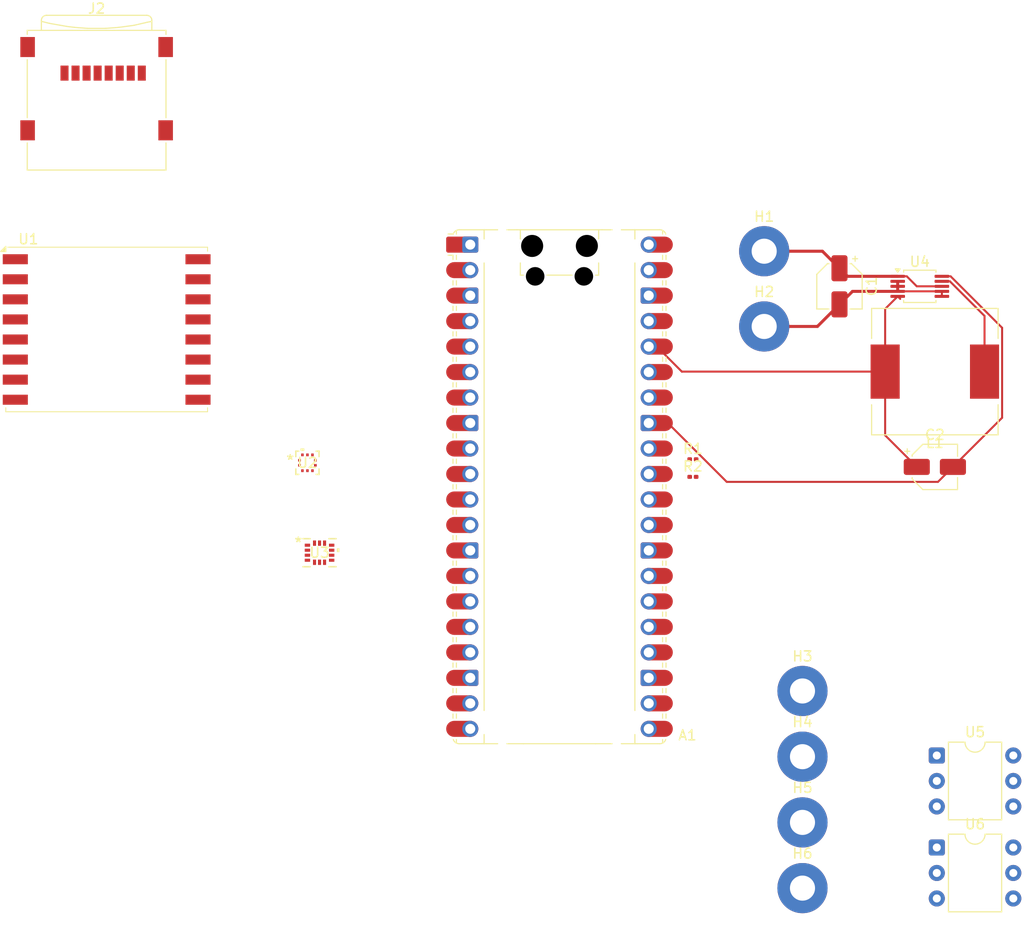
<source format=kicad_pcb>
(kicad_pcb (version 20241229) (generator "pcbnew") (generator_version "9.0")
  (layers (0 "F.Cu" signal) (2 "B.Cu" signal) (13 "F.Paste" user) (15 "B.Paste" user) (5 "F.SilkS" user "F.Silkscreen") (7 "B.SilkS" user "B.Silkscreen") (1 "F.Mask" user) (3 "B.Mask" user) (25 "Edge.Cuts" user))
  (net 0 "")
  (net 3 "Net-(A1-GPIO17)")
  (net 4 "/Data Logging/VSS")
  (net 5 "/Data Logging/SCLK")
  (net 7 "/Sensors/CS2")
  (net 8 "Net-(A1-GPIO16)")
  (net 13 "/Data Logging/CS1")
  (net 15 "/Sensors/MISO")
  (net 16 "/Sensors/MOSI")
  (net 17 "/Sensors/SCLK")
  (net 18 "/Data Logging/MOSI")
  (net 25 "/Data Logging/VDD")
  (net 26 "/Data Logging/CS2")
  (net 28 "/Data Logging/MISO")
  (net 32 "/Power circuitry/PGND")
  (net 34 "/Sensors/CS1")
  (net 35 "/Power circuitry/7.4V")
  (net 36 "/Power circuitry/BGND")
  (net 37 "Net-(H4-Pad1)")
  (net 38 "Net-(H6-Pad1)")
  (net 41 "Net-(U4-SW)")
  (net 42 "Net-(R1-Pad2)")
  (net 43 "Net-(R2-Pad2)")
  (footprint "Resistor_SMD:R_0201_0603Metric" (layer "F.Cu") (at 141.9 102.19)
    (property "Reference" "R2" (at 0 -1.05 0) (layer "F.SilkS"))
    (property "Value" "200Ω")
    (pad "1" smd roundrect (at -0.32 0) (size 0.46 0.4) (layers "F.Cu" "F.Mask") (net 3 "Net-(A1-GPIO17)"))
    (pad "2" smd roundrect (at 0.32 0) (size 0.46 0.4) (layers "F.Cu" "F.Mask") (net 43 "Net-(R2-Pad2)"))
  )
  (footprint "MountingHole:MountingHole_2.5mm_Pad" (layer "F.Cu") (at 152.815 136.63)
    (property "Reference" "H5" (at 0 -3.45 0) (layer "F.SilkS"))
    (property "Value" "MountingHole_Pad")
    (pad "1" thru_hole circle (at 0 0) (size 5 5) (drill 2.5) (layers "*.Cu" "*.Mask") (net 35 "/Power circuitry/7.4V"))
  )
  (footprint "MountingHole:MountingHole_2.5mm_Pad" (layer "F.Cu") (at 152.815 123.53)
    (property "Reference" "H3" (at 0 -3.45 0) (layer "F.SilkS"))
    (property "Value" "MountingHole_Pad")
    (pad "1" thru_hole circle (at 0 0) (size 5 5) (drill 2.5) (layers "*.Cu" "*.Mask") (net 35 "/Power circuitry/7.4V"))
  )
  (footprint "Package_SO:VSSOP-10_3x3mm_P0.5mm" (layer "F.Cu") (at 164.5 83.2)
    (property "Reference" "U4" (at 0 -2.45 0) (layer "F.SilkS"))
    (property "Value" "TPS62056DGS")
    (pad "1" smd roundrect (at -2.2 -1) (size 1.45 0.3) (layers "F.Cu" "F.Mask" "F.Paste") (net 35 "/Power circuitry/7.4V"))
    (pad "2" smd roundrect (at -2.2 -0.5) (size 1.45 0.3) (layers "F.Cu" "F.Mask" "F.Paste") (net 36 "/Power circuitry/BGND"))
    (pad "3" smd roundrect (at -2.2 0) (size 1.45 0.3) (layers "F.Cu" "F.Mask" "F.Paste") (net 36 "/Power circuitry/BGND"))
    (pad "4" smd roundrect (at -2.2 0.5) (size 1.45 0.3) (layers "F.Cu" "F.Mask" "F.Paste") (net 36 "/Power circuitry/BGND"))
    (pad "5" smd roundrect (at -2.2 1) (size 1.45 0.3) (layers "F.Cu" "F.Mask" "F.Paste") (net 25 "/Data Logging/VDD"))
    (pad "6" smd roundrect (at 2.2 1) (size 1.45 0.3) (layers "F.Cu" "F.Mask" "F.Paste") (net 36 "/Power circuitry/BGND"))
    (pad "7" smd roundrect (at 2.2 0.5) (size 1.45 0.3) (layers "F.Cu" "F.Mask" "F.Paste") (net 36 "/Power circuitry/BGND"))
    (pad "8" smd roundrect (at 2.2 0) (size 1.45 0.3) (layers "F.Cu" "F.Mask" "F.Paste") (net 35 "/Power circuitry/7.4V"))
    (pad "9" smd roundrect (at 2.2 -0.5) (size 1.45 0.3) (layers "F.Cu" "F.Mask" "F.Paste") (net 41 "Net-(U4-SW)"))
    (pad "10" smd roundrect (at 2.2 -1) (size 1.45 0.3) (layers "F.Cu" "F.Mask" "F.Paste") (net 32 "/Power circuitry/PGND"))
  )
  (footprint "RF_Module:HOPERF_RFM69HW" (layer "F.Cu") (at 83.5 87.5)
    (property "Reference" "U1" (at -7.8 -9 0) (layer "F.SilkS"))
    (property "Value" "RFM69HW")
    (pad "1" smd rect (at -9.1 -7) (size 2.5 1) (layers "F.Cu" "F.Mask" "F.Paste"))
    (pad "2" smd rect (at -9.1 -5) (size 2.5 1) (layers "F.Cu" "F.Mask" "F.Paste"))
    (pad "3" smd rect (at -9.1 -3) (size 2.5 1) (layers "F.Cu" "F.Mask" "F.Paste"))
    (pad "4" smd rect (at -9.1 -1) (size 2.5 1) (layers "F.Cu" "F.Mask" "F.Paste"))
    (pad "5" smd rect (at -9.1 1) (size 2.5 1) (layers "F.Cu" "F.Mask" "F.Paste"))
    (pad "6" smd rect (at -9.1 3) (size 2.5 1) (layers "F.Cu" "F.Mask" "F.Paste"))
    (pad "7" smd rect (at -9.1 5) (size 2.5 1) (layers "F.Cu" "F.Mask" "F.Paste"))
    (pad "8" smd rect (at -9.1 7) (size 2.5 1) (layers "F.Cu" "F.Mask" "F.Paste") (net 25 "/Data Logging/VDD"))
    (pad "9" smd rect (at 9.1 7) (size 2.5 1) (layers "F.Cu" "F.Mask" "F.Paste") (net 4 "/Data Logging/VSS"))
    (pad "10" smd rect (at 9.1 5) (size 2.5 1) (layers "F.Cu" "F.Mask" "F.Paste"))
    (pad "11" smd rect (at 9.1 3) (size 2.5 1) (layers "F.Cu" "F.Mask" "F.Paste") (net 4 "/Data Logging/VSS"))
    (pad "12" smd rect (at 9.1 1) (size 2.5 1) (layers "F.Cu" "F.Mask" "F.Paste") (net 5 "/Data Logging/SCLK"))
    (pad "13" smd rect (at 9.1 -1) (size 2.5 1) (layers "F.Cu" "F.Mask" "F.Paste") (net 28 "/Data Logging/MISO"))
    (pad "14" smd rect (at 9.1 -3) (size 2.5 1) (layers "F.Cu" "F.Mask" "F.Paste") (net 18 "/Data Logging/MOSI"))
    (pad "15" smd rect (at 9.1 -5) (size 2.5 1) (layers "F.Cu" "F.Mask" "F.Paste") (net 26 "/Data Logging/CS2"))
    (pad "16" smd rect (at 9.1 -7) (size 2.5 1) (layers "F.Cu" "F.Mask" "F.Paste"))
  )
  (footprint "MountingHole:MountingHole_2.5mm_Pad" (layer "F.Cu") (at 152.815 143.18)
    (property "Reference" "H6" (at 0 -3.45 0) (layer "F.SilkS"))
    (property "Value" "MountingHole_Pad")
    (pad "1" thru_hole circle (at 0 0) (size 5 5) (drill 2.5) (layers "*.Cu" "*.Mask") (net 38 "Net-(H6-Pad1)"))
  )
  (footprint "MountingHole:MountingHole_2.5mm_Pad" (layer "F.Cu") (at 149 79.7)
    (property "Reference" "H1" (at 0 -3.45 0) (layer "F.SilkS"))
    (property "Value" "BATT")
    (pad "1" thru_hole circle (at 0 0) (size 5 5) (drill 2.5) (layers "*.Cu" "*.Mask") (net 35 "/Power circuitry/7.4V"))
  )
  (footprint "Resistor_SMD:R_0201_0603Metric" (layer "F.Cu") (at 141.9 100.44)
    (property "Reference" "R1" (at 0 -1.05 0) (layer "F.SilkS"))
    (property "Value" "200Ω")
    (pad "1" smd roundrect (at -0.32 0) (size 0.46 0.4) (layers "F.Cu" "F.Mask") (net 8 "Net-(A1-GPIO16)"))
    (pad "2" smd roundrect (at 0.32 0) (size 0.46 0.4) (layers "F.Cu" "F.Mask") (net 42 "Net-(R1-Pad2)"))
  )
  (footprint "BMP390:10LGA_2X2X0p75_BOS" (layer "F.Cu") (at 103.499999 100.7874)
    (property "Reference" "U2" (at 0 0 0) (layer "F.SilkS"))
    (property "Value" "BMP390")
    (fp_text user "*" (at -1.7145 -0.25 0) (layer "F.SilkS"))
    (fp_text user "*" (at -1.7145 -0.25 0) (layer "F.SilkS"))
    (pad "1" smd rect (at -0.7874 -0.25 90) (size 0.254 0.2794) (layers "F.Cu" "F.Mask" "F.Paste") (net 25 "/Data Logging/VDD"))
    (pad "2" smd rect (at -0.7874 0.25 90) (size 0.254 0.2794) (layers "F.Cu" "F.Mask" "F.Paste") (net 17 "/Sensors/SCLK"))
    (pad "3" smd rect (at -0.499999 0.7874) (size 0.254 0.2794) (layers "F.Cu" "F.Mask" "F.Paste") (net 4 "/Data Logging/VSS"))
    (pad "4" smd rect (at 0 0.7874) (size 0.254 0.2794) (layers "F.Cu" "F.Mask" "F.Paste") (net 16 "/Sensors/MOSI"))
    (pad "5" smd rect (at 0.499999 0.7874) (size 0.254 0.2794) (layers "F.Cu" "F.Mask" "F.Paste") (net 15 "/Sensors/MISO"))
    (pad "6" smd rect (at 0.7874 0.25 90) (size 0.254 0.2794) (layers "F.Cu" "F.Mask" "F.Paste") (net 34 "/Sensors/CS1"))
    (pad "7" smd rect (at 0.7874 -0.25 90) (size 0.254 0.2794) (layers "F.Cu" "F.Mask" "F.Paste"))
    (pad "8" smd rect (at 0.499999 -0.7874) (size 0.254 0.2794) (layers "F.Cu" "F.Mask" "F.Paste"))
    (pad "9" smd rect (at 0 -0.7874) (size 0.254 0.2794) (layers "F.Cu" "F.Mask" "F.Paste"))
    (pad "10" smd rect (at -0.499999 -0.7874) (size 0.254 0.2794) (layers "F.Cu" "F.Mask" "F.Paste") (net 25 "/Data Logging/VDD"))
  )
  (footprint "Capacitor_SMD:CP_Elec_4x3" (layer "F.Cu") (at 166 101.2)
    (property "Reference" "C2" (at 0 -3.2 0) (layer "F.SilkS"))
    (property "Value" "22µF")
    (pad "1" smd roundrect (at -1.8 0) (size 2.6 1.6) (layers "F.Cu" "F.Mask" "F.Paste") (roundrect_rratio 0.15625) (net 25 "/Data Logging/VDD"))
    (pad "2" smd roundrect (at 1.8 0) (size 2.6 1.6) (layers "F.Cu" "F.Mask" "F.Paste") (roundrect_rratio 0.15625) (net 32 "/Power circuitry/PGND"))
  )
  (footprint "ICM-42670-P:LGA14_2.5X3X0.76_IVS" (layer "F.Cu") (at 104.7065 109.75)
    (property "Reference" "U3" (at 0 0 0) (layer "F.SilkS"))
    (property "Value" "ICM-42670-P")
    (fp_text user "*" (at -2.1082 -1 0) (layer "F.SilkS"))
    (fp_text user "*" (at -2.1082 -1 0) (layer "F.SilkS"))
    (pad "1" smd rect (at -1.2065 -0.750001 90) (size 0.3048 0.5334) (layers "F.Cu" "F.Mask" "F.Paste") (net 15 "/Sensors/MISO"))
    (pad "2" smd rect (at -1.2065 -0.25 90) (size 0.3048 0.5334) (layers "F.Cu" "F.Mask" "F.Paste"))
    (pad "3" smd rect (at -1.2065 0.25 90) (size 0.3048 0.5334) (layers "F.Cu" "F.Mask" "F.Paste"))
    (pad "4" smd rect (at -1.2065 0.750001 90) (size 0.3048 0.5334) (layers "F.Cu" "F.Mask" "F.Paste"))
    (pad "5" smd rect (at -0.499999 0.9525) (size 0.3048 0.5334) (layers "F.Cu" "F.Mask" "F.Paste") (net 25 "/Data Logging/VDD"))
    (pad "6" smd rect (at 0 0.9525) (size 0.3048 0.5334) (layers "F.Cu" "F.Mask" "F.Paste") (net 4 "/Data Logging/VSS"))
    (pad "7" smd rect (at 0.499999 0.9525) (size 0.3048 0.5334) (layers "F.Cu" "F.Mask" "F.Paste"))
    (pad "8" smd rect (at 1.2065 0.750001 90) (size 0.3048 0.5334) (layers "F.Cu" "F.Mask" "F.Paste") (net 25 "/Data Logging/VDD"))
    (pad "9" smd rect (at 1.2065 0.25 90) (size 0.3048 0.5334) (layers "F.Cu" "F.Mask" "F.Paste"))
    (pad "10" smd rect (at 1.2065 -0.25 90) (size 0.3048 0.5334) (layers "F.Cu" "F.Mask" "F.Paste"))
    (pad "11" smd rect (at 1.2065 -0.750001 90) (size 0.3048 0.5334) (layers "F.Cu" "F.Mask" "F.Paste"))
    (pad "12" smd rect (at 0.499999 -0.9525) (size 0.3048 0.5334) (layers "F.Cu" "F.Mask" "F.Paste") (net 7 "/Sensors/CS2"))
    (pad "13" smd rect (at 0 -0.9525) (size 0.3048 0.5334) (layers "F.Cu" "F.Mask" "F.Paste") (net 17 "/Sensors/SCLK"))
    (pad "14" smd rect (at -0.499999 -0.9525) (size 0.3048 0.5334) (layers "F.Cu" "F.Mask" "F.Paste") (net 16 "/Sensors/MOSI"))
  )
  (footprint "MountingHole:MountingHole_2.5mm_Pad" (layer "F.Cu") (at 152.815 130.08)
    (property "Reference" "H4" (at 0 -3.45 0) (layer "F.SilkS"))
    (property "Value" "MountingHole_Pad")
    (pad "1" thru_hole circle (at 0 0) (size 5 5) (drill 2.5) (layers "*.Cu" "*.Mask") (net 37 "Net-(H4-Pad1)"))
  )
  (footprint "Connector_Card:microSD_HC_Wuerth_693072010801" (layer "F.Cu") (at 82.5 63.5)
    (property "Reference" "J2" (at 0 -7.99 0) (layer "F.SilkS"))
    (property "Value" "Micro_SD_Card")
    (pad "1" smd rect (at -3.2 -1.55) (size 0.8 1.5) (layers "F.Cu" "F.Mask" "F.Paste"))
    (pad "2" smd rect (at -2.1 -1.55) (size 0.8 1.5) (layers "F.Cu" "F.Mask" "F.Paste") (net 13 "/Data Logging/CS1"))
    (pad "3" smd rect (at -1 -1.55) (size 0.8 1.5) (layers "F.Cu" "F.Mask" "F.Paste") (net 28 "/Data Logging/MISO"))
    (pad "4" smd rect (at 0.1 -1.55) (size 0.8 1.5) (layers "F.Cu" "F.Mask" "F.Paste") (net 25 "/Data Logging/VDD"))
    (pad "5" smd rect (at 1.2 -1.55) (size 0.8 1.5) (layers "F.Cu" "F.Mask" "F.Paste") (net 5 "/Data Logging/SCLK"))
    (pad "6" smd rect (at 2.3 -1.55) (size 0.8 1.5) (layers "F.Cu" "F.Mask" "F.Paste") (net 4 "/Data Logging/VSS"))
    (pad "7" smd rect (at 3.4 -1.55) (size 0.8 1.5) (layers "F.Cu" "F.Mask" "F.Paste") (net 18 "/Data Logging/MOSI"))
    (pad "8" smd rect (at 4.5 -1.55) (size 0.8 1.5) (layers "F.Cu" "F.Mask" "F.Paste"))
    (pad "9" smd rect (at -6.875 -4.15) (size 1.45 2) (layers "F.Cu" "F.Mask" "F.Paste") (net 4 "/Data Logging/VSS"))
    (pad "9" smd rect (at -6.875 4.15) (size 1.45 2) (layers "F.Cu" "F.Mask" "F.Paste") (net 4 "/Data Logging/VSS"))
    (pad "9" smd rect (at 6.875 -4.15) (size 1.45 2) (layers "F.Cu" "F.Mask" "F.Paste") (net 4 "/Data Logging/VSS"))
    (pad "9" smd rect (at 6.875 4.15) (size 1.45 2) (layers "F.Cu" "F.Mask" "F.Paste") (net 4 "/Data Logging/VSS"))
  )
  (footprint "MountingHole:MountingHole_2.5mm_Pad" (layer "F.Cu") (at 149 87.2)
    (property "Reference" "H2" (at 0 -3.45 0) (layer "F.SilkS"))
    (property "Value" "GND")
    (pad "1" thru_hole circle (at 0 0) (size 5 5) (drill 2.5) (layers "*.Cu" "*.Mask") (net 36 "/Power circuitry/BGND"))
  )
  (footprint "Capacitor_SMD:CP_Elec_4x3" (layer "F.Cu") (at 156.5 83.2 -90)
    (property "Reference" "C1" (at 0 -3.2 90) (layer "F.SilkS"))
    (property "Value" "10µF")
    (pad "1" smd roundrect (at -1.8 0 270) (size 2.6 1.6) (layers "F.Cu" "F.Mask" "F.Paste") (roundrect_rratio 0.15625) (net 35 "/Power circuitry/7.4V"))
    (pad "2" smd roundrect (at 1.8 0 270) (size 2.6 1.6) (layers "F.Cu" "F.Mask" "F.Paste") (roundrect_rratio 0.15625) (net 36 "/Power circuitry/BGND"))
  )
  (footprint "Package_DIP:DIP-6_W7.62mm" (layer "F.Cu") (at 166.195 139.13)
    (property "Reference" "U6" (at 3.81 -2.33 0) (layer "F.SilkS"))
    (property "Value" "TLP3544")
    (pad "1" thru_hole roundrect (at 0 0) (size 1.6 1.6) (drill 0.8) (layers "*.Cu" "*.Mask") (roundrect_rratio 0.15625) (net 43 "Net-(R2-Pad2)"))
    (pad "2" thru_hole circle (at 0 2.54) (size 1.6 1.6) (drill 0.8) (layers "*.Cu" "*.Mask") (net 32 "/Power circuitry/PGND"))
    (pad "3" thru_hole circle (at 0 5.08) (size 1.6 1.6) (drill 0.8) (layers "*.Cu" "*.Mask"))
    (pad "4" thru_hole circle (at 7.62 5.08) (size 1.6 1.6) (drill 0.8) (layers "*.Cu" "*.Mask") (net 36 "/Power circuitry/BGND"))
    (pad "5" thru_hole circle (at 7.62 2.54) (size 1.6 1.6) (drill 0.8) (layers "*.Cu" "*.Mask"))
    (pad "6" thru_hole circle (at 7.62 0) (size 1.6 1.6) (drill 0.8) (layers "*.Cu" "*.Mask") (net 38 "Net-(H6-Pad1)"))
  )
  (footprint "Module:RaspberryPi_Pico_Common_Unspecified" (layer "F.Cu") (at 128.61 103.175)
    (property "Reference" "A1" (at 11.7475 24.765 0) (layer "F.SilkS") (effects (justify left)))
    (property "Value" "RaspberryPi_Pico")
    (pad "" np_thru_hole circle (at -2.725 -24) (size 2.2 2.2) (drill 2.2) (layers "*.Mask"))
    (pad "" np_thru_hole circle (at -2.425 -20.97) (size 1.85 1.85) (drill 1.85) (layers "*.Mask"))
    (pad "" np_thru_hole circle (at 2.425 -20.97) (size 1.85 1.85) (drill 1.85) (layers "*.Mask"))
    (pad "" np_thru_hole circle (at 2.725 -24) (size 2.2 2.2) (drill 2.2) (layers "*.Mask"))
    (pad "1" smd custom (at -9.69 -24.13) (size 1.6 0.8) (layers "F.Cu" "F.Mask") (options (clearance outline) (anchor rect)) (primitives (gr_circle (center 0.8 0) (end 1.6 0) (width 0) (fill yes)) (gr_poly (pts (xy -1.6 -0.6) (xy -1.6 0.6) (xy -1.4 0.8) (xy 0.8 0.8) (xy 0.8 -0.8) (xy -1.4 -0.8)) (width 0) (fill yes)) (gr_circle (center -1.4 -0.6) (end -1.2 -0.6) (width 0) (fill yes)) (gr_circle (center -1.4 0.6) (end -1.2 0.6) (width 0) (fill yes))))
    (pad "1" thru_hole roundrect (at -8.89 -24.13) (size 1.6 1.6) (drill 1) (layers "*.Cu" "*.Mask") (roundrect_rratio 0.125))
    (pad "2" smd roundrect (at -9.69 -21.59) (size 3.2 1.6) (layers "F.Cu" "F.Mask") (roundrect_rratio 0.5) (net 13 "/Data Logging/CS1"))
    (pad "2" thru_hole circle (at -8.89 -21.59) (size 1.6 1.6) (drill 1) (layers "*.Cu" "*.Mask") (net 13 "/Data Logging/CS1"))
    (pad "3" smd custom (at -9.69 -19.05) (size 1.6 0.8) (layers "F.Cu" "F.Mask") (net 4 "/Data Logging/VSS") (options (clearance outline) (anchor rect)) (primitives (gr_circle (center -0.8 0) (end 0 0) (width 0) (fill yes)) (gr_poly (pts (xy 1.6 -0.6) (xy 1.6 0.6) (xy 1.4 0.8) (xy -0.8 0.8) (xy -0.8 -0.8) (xy 1.4 -0.8)) (width 0) (fill yes)) (gr_circle (center 1.4 -0.6) (end 1.6 -0.6) (width 0) (fill yes)) (gr_circle (center 1.4 0.6) (end 1.6 0.6) (width 0) (fill yes))))
    (pad "3" thru_hole custom (at -8.89 -19.05) (size 1.6 1.6) (drill 1) (layers "*.Cu" "*.Mask") (net 4 "/Data Logging/VSS") (options (clearance outline) (anchor circle)) (primitives (gr_poly (pts (xy 0.8 0.6) (xy 0.8 -0.6) (xy 0.6 -0.8) (xy 0 -0.8) (xy 0 0.8) (xy 0.6 0.8)) (width 0) (fill yes)) (gr_circle (center 0.6 0.6) (end 0.8 0.6) (width 0) (fill yes)) (gr_circle (center 0.6 -0.6) (end 0.8 -0.6) (width 0) (fill yes))))
    (pad "4" smd roundrect (at -9.69 -16.51) (size 3.2 1.6) (layers "F.Cu" "F.Mask") (roundrect_rratio 0.5) (net 5 "/Data Logging/SCLK"))
    (pad "4" thru_hole circle (at -8.89 -16.51) (size 1.6 1.6) (drill 1) (layers "*.Cu" "*.Mask") (net 5 "/Data Logging/SCLK"))
    (pad "5" smd roundrect (at -9.69 -13.97) (size 3.2 1.6) (layers "F.Cu" "F.Mask") (roundrect_rratio 0.5) (net 18 "/Data Logging/MOSI"))
    (pad "5" thru_hole circle (at -8.89 -13.97) (size 1.6 1.6) (drill 1) (layers "*.Cu" "*.Mask") (net 18 "/Data Logging/MOSI"))
    (pad "6" smd roundrect (at -9.69 -11.43) (size 3.2 1.6) (layers "F.Cu" "F.Mask") (roundrect_rratio 0.5) (net 28 "/Data Logging/MISO"))
    (pad "6" thru_hole circle (at -8.89 -11.43) (size 1.6 1.6) (drill 1) (layers "*.Cu" "*.Mask") (net 28 "/Data Logging/MISO"))
    (pad "7" smd roundrect (at -9.69 -8.89) (size 3.2 1.6) (layers "F.Cu" "F.Mask") (roundrect_rratio 0.5) (net 26 "/Data Logging/CS2"))
    (pad "7" thru_hole circle (at -8.89 -8.89) (size 1.6 1.6) (drill 1) (layers "*.Cu" "*.Mask") (net 26 "/Data Logging/CS2"))
    (pad "8" smd custom (at -9.69 -6.35) (size 1.6 0.8) (layers "F.Cu" "F.Mask") (net 4 "/Data Logging/VSS") (options (clearance outline) (anchor rect)) (primitives (gr_circle (center -0.8 0) (end 0 0) (width 0) (fill yes)) (gr_poly (pts (xy 1.6 -0.6) (xy 1.6 0.6) (xy 1.4 0.8) (xy -0.8 0.8) (xy -0.8 -0.8) (xy 1.4 -0.8)) (width 0) (fill yes)) (gr_circle (center 1.4 -0.6) (end 1.6 -0.6) (width 0) (fill yes)) (gr_circle (center 1.4 0.6) (end 1.6 0.6) (width 0) (fill yes))))
    (pad "8" thru_hole custom (at -8.89 -6.35) (size 1.6 1.6) (drill 1) (layers "*.Cu" "*.Mask") (net 4 "/Data Logging/VSS") (options (clearance outline) (anchor circle)) (primitives (gr_poly (pts (xy 0.8 0.6) (xy 0.8 -0.6) (xy 0.6 -0.8) (xy 0 -0.8) (xy 0 0.8) (xy 0.6 0.8)) (width 0) (fill yes)) (gr_circle (center 0.6 0.6) (end 0.8 0.6) (width 0) (fill yes)) (gr_circle (center 0.6 -0.6) (end 0.8 -0.6) (width 0) (fill yes))))
    (pad "9" smd roundrect (at -9.69 -3.81) (size 3.2 1.6) (layers "F.Cu" "F.Mask") (roundrect_rratio 0.5))
    (pad "9" thru_hole circle (at -8.89 -3.81) (size 1.6 1.6) (drill 1) (layers "*.Cu" "*.Mask"))
    (pad "10" smd roundrect (at -9.69 -1.27) (size 3.2 1.6) (layers "F.Cu" "F.Mask") (roundrect_rratio 0.5))
    (pad "10" thru_hole circle (at -8.89 -1.27) (size 1.6 1.6) (drill 1) (layers "*.Cu" "*.Mask"))
    (pad "11" smd roundrect (at -9.69 1.27) (size 3.2 1.6) (layers "F.Cu" "F.Mask") (roundrect_rratio 0.5))
    (pad "11" thru_hole circle (at -8.89 1.27) (size 1.6 1.6) (drill 1) (layers "*.Cu" "*.Mask"))
    (pad "12" smd roundrect (at -9.69 3.81) (size 3.2 1.6) (layers "F.Cu" "F.Mask") (roundrect_rratio 0.5) (net 34 "/Sensors/CS1"))
    (pad "12" thru_hole circle (at -8.89 3.81) (size 1.6 1.6) (drill 1) (layers "*.Cu" "*.Mask") (net 34 "/Sensors/CS1"))
    (pad "13" smd custom (at -9.69 6.35) (size 1.6 0.8) (layers "F.Cu" "F.Mask") (net 4 "/Data Logging/VSS") (options (clearance outline) (anchor rect)) (primitives (gr_circle (center -0.8 0) (end 0 0) (width 0) (fill yes)) (gr_poly (pts (xy 1.6 -0.6) (xy 1.6 0.6) (xy 1.4 0.8) (xy -0.8 0.8) (xy -0.8 -0.8) (xy 1.4 -0.8)) (width 0) (fill yes)) (gr_circle (center 1.4 -0.6) (end 1.6 -0.6) (width 0) (fill yes)) (gr_circle (center 1.4 0.6) (end 1.6 0.6) (width 0) (fill yes))))
    (pad "13" thru_hole custom (at -8.89 6.35) (size 1.6 1.6) (drill 1) (layers "*.Cu" "*.Mask") (net 4 "/Data Logging/VSS") (options (clearance outline) (anchor circle)) (primitives (gr_poly (pts (xy 0.8 0.6) (xy 0.8 -0.6) (xy 0.6 -0.8) (xy 0 -0.8) (xy 0 0.8) (xy 0.6 0.8)) (width 0) (fill yes)) (gr_circle (center 0.6 0.6) (end 0.8 0.6) (width 0) (fill yes)) (gr_circle (center 0.6 -0.6) (end 0.8 -0.6) (width 0) (fill yes))))
    (pad "14" smd roundrect (at -9.69 8.89) (size 3.2 1.6) (layers "F.Cu" "F.Mask") (roundrect_rratio 0.5) (net 17 "/Sensors/SCLK"))
    (pad "14" thru_hole circle (at -8.89 8.89) (size 1.6 1.6) (drill 1) (layers "*.Cu" "*.Mask") (net 17 "/Sensors/SCLK"))
    (pad "15" smd roundrect (at -9.69 11.43) (size 3.2 1.6) (layers "F.Cu" "F.Mask") (roundrect_rratio 0.5) (net 16 "/Sensors/MOSI"))
    (pad "15" thru_hole circle (at -8.89 11.43) (size 1.6 1.6) (drill 1) (layers "*.Cu" "*.Mask") (net 16 "/Sensors/MOSI"))
    (pad "16" smd roundrect (at -9.69 13.97) (size 3.2 1.6) (layers "F.Cu" "F.Mask") (roundrect_rratio 0.5) (net 15 "/Sensors/MISO"))
    (pad "16" thru_hole circle (at -8.89 13.97) (size 1.6 1.6) (drill 1) (layers "*.Cu" "*.Mask") (net 15 "/Sensors/MISO"))
    (pad "17" smd roundrect (at -9.69 16.51) (size 3.2 1.6) (layers "F.Cu" "F.Mask") (roundrect_rratio 0.5) (net 7 "/Sensors/CS2"))
    (pad "17" thru_hole circle (at -8.89 16.51) (size 1.6 1.6) (drill 1) (layers "*.Cu" "*.Mask") (net 7 "/Sensors/CS2"))
    (pad "18" smd custom (at -9.69 19.05) (size 1.6 0.8) (layers "F.Cu" "F.Mask") (net 4 "/Data Logging/VSS") (options (clearance outline) (anchor rect)) (primitives (gr_circle (center -0.8 0) (end 0 0) (width 0) (fill yes)) (gr_poly (pts (xy 1.6 -0.6) (xy 1.6 0.6) (xy 1.4 0.8) (xy -0.8 0.8) (xy -0.8 -0.8) (xy 1.4 -0.8)) (width 0) (fill yes)) (gr_circle (center 1.4 -0.6) (end 1.6 -0.6) (width 0) (fill yes)) (gr_circle (center 1.4 0.6) (end 1.6 0.6) (width 0) (fill yes))))
    (pad "18" thru_hole custom (at -8.89 19.05) (size 1.6 1.6) (drill 1) (layers "*.Cu" "*.Mask") (net 4 "/Data Logging/VSS") (options (clearance outline) (anchor circle)) (primitives (gr_poly (pts (xy 0.8 0.6) (xy 0.8 -0.6) (xy 0.6 -0.8) (xy 0 -0.8) (xy 0 0.8) (xy 0.6 0.8)) (width 0) (fill yes)) (gr_circle (center 0.6 0.6) (end 0.8 0.6) (width 0) (fill yes)) (gr_circle (center 0.6 -0.6) (end 0.8 -0.6) (width 0) (fill yes))))
    (pad "19" smd roundrect (at -9.69 21.59) (size 3.2 1.6) (layers "F.Cu" "F.Mask") (roundrect_rratio 0.5))
    (pad "19" thru_hole circle (at -8.89 21.59) (size 1.6 1.6) (drill 1) (layers "*.Cu" "*.Mask"))
    (pad "20" smd roundrect (at -9.69 24.13) (size 3.2 1.6) (layers "F.Cu" "F.Mask") (roundrect_rratio 0.5))
    (pad "20" thru_hole circle (at -8.89 24.13) (size 1.6 1.6) (drill 1) (layers "*.Cu" "*.Mask"))
    (pad "21" thru_hole circle (at 8.89 24.13) (size 1.6 1.6) (drill 1) (layers "*.Cu" "*.Mask") (net 8 "Net-(A1-GPIO16)"))
    (pad "21" smd roundrect (at 9.69 24.13) (size 3.2 1.6) (layers "F.Cu" "F.Mask") (roundrect_rratio 0.5) (net 8 "Net-(A1-GPIO16)"))
    (pad "22" thru_hole circle (at 8.89 21.59) (size 1.6 1.6) (drill 1) (layers "*.Cu" "*.Mask") (net 3 "Net-(A1-GPIO17)"))
    (pad "22" smd roundrect (at 9.69 21.59) (size 3.2 1.6) (layers "F.Cu" "F.Mask") (roundrect_rratio 0.5) (net 3 "Net-(A1-GPIO17)"))
    (pad "23" thru_hole custom (at 8.89 19.05) (size 1.6 1.6) (drill 1) (layers "*.Cu" "*.Mask") (net 4 "/Data Logging/VSS") (options (clearance outline) (anchor circle)) (primitives (gr_poly (pts (xy -0.8 0.6) (xy -0.8 -0.6) (xy -0.6 -0.8) (xy 0 -0.8) (xy 0 0.8) (xy -0.6 0.8)) (width 0) (fill yes)) (gr_circle (center -0.6 0.6) (end -0.4 0.6) (width 0) (fill yes)) (gr_circle (center -0.6 -0.6) (end -0.4 -0.6) (width 0) (fill yes))))
    (pad "23" smd custom (at 9.69 19.05) (size 1.6 0.8) (layers "F.Cu" "F.Mask") (net 4 "/Data Logging/VSS") (options (clearance outline) (anchor rect)) (primitives (gr_circle (center 0.8 0) (end 1.6 0) (width 0) (fill yes)) (gr_poly (pts (xy -1.6 -0.6) (xy -1.6 0.6) (xy -1.4 0.8) (xy 0.8 0.8) (xy 0.8 -0.8) (xy -1.4 -0.8)) (width 0) (fill yes)) (gr_circle (center -1.4 -0.6) (end -1.2 -0.6) (width 0) (fill yes)) (gr_circle (center -1.4 0.6) (end -1.2 0.6) (width 0) (fill yes))))
    (pad "24" thru_hole circle (at 8.89 16.51) (size 1.6 1.6) (drill 1) (layers "*.Cu" "*.Mask"))
    (pad "24" smd roundrect (at 9.69 16.51) (size 3.2 1.6) (layers "F.Cu" "F.Mask") (roundrect_rratio 0.5))
    (pad "25" thru_hole circle (at 8.89 13.97) (size 1.6 1.6) (drill 1) (layers "*.Cu" "*.Mask"))
    (pad "25" smd roundrect (at 9.69 13.97) (size 3.2 1.6) (layers "F.Cu" "F.Mask") (roundrect_rratio 0.5))
    (pad "26" thru_hole circle (at 8.89 11.43) (size 1.6 1.6) (drill 1) (layers "*.Cu" "*.Mask"))
    (pad "26" smd roundrect (at 9.69 11.43) (size 3.2 1.6) (layers "F.Cu" "F.Mask") (roundrect_rratio 0.5))
    (pad "27" thru_hole circle (at 8.89 8.89) (size 1.6 1.6) (drill 1) (layers "*.Cu" "*.Mask"))
    (pad "27" smd roundrect (at 9.69 8.89) (size 3.2 1.6) (layers "F.Cu" "F.Mask") (roundrect_rratio 0.5))
    (pad "28" thru_hole custom (at 8.89 6.35) (size 1.6 1.6) (drill 1) (layers "*.Cu" "*.Mask") (net 4 "/Data Logging/VSS") (options (clearance outline) (anchor circle)) (primitives (gr_poly (pts (xy -0.8 0.6) (xy -0.8 -0.6) (xy -0.6 -0.8) (xy 0 -0.8) (xy 0 0.8) (xy -0.6 0.8)) (width 0) (fill yes)) (gr_circle (center -0.6 0.6) (end -0.4 0.6) (width 0) (fill yes)) (gr_circle (center -0.6 -0.6) (end -0.4 -0.6) (width 0) (fill yes))))
    (pad "28" smd custom (at 9.69 6.35) (size 1.6 0.8) (layers "F.Cu" "F.Mask") (net 4 "/Data Logging/VSS") (options (clearance outline) (anchor rect)) (primitives (gr_circle (center 0.8 0) (end 1.6 0) (width 0) (fill yes)) (gr_poly (pts (xy -1.6 -0.6) (xy -1.6 0.6) (xy -1.4 0.8) (xy 0.8 0.8) (xy 0.8 -0.8) (xy -1.4 -0.8)) (width 0) (fill yes)) (gr_circle (center -1.4 -0.6) (end -1.2 -0.6) (width 0) (fill yes)) (gr_circle (center -1.4 0.6) (end -1.2 0.6) (width 0) (fill yes))))
    (pad "29" thru_hole circle (at 8.89 3.81) (size 1.6 1.6) (drill 1) (layers "*.Cu" "*.Mask"))
    (pad "29" smd roundrect (at 9.69 3.81) (size 3.2 1.6) (layers "F.Cu" "F.Mask") (roundrect_rratio 0.5))
    (pad "30" thru_hole circle (at 8.89 1.27) (size 1.6 1.6) (drill 1) (layers "*.Cu" "*.Mask"))
    (pad "30" smd roundrect (at 9.69 1.27) (size 3.2 1.6) (layers "F.Cu" "F.Mask") (roundrect_rratio 0.5))
    (pad "31" thru_hole circle (at 8.89 -1.27) (size 1.6 1.6) (drill 1) (layers "*.Cu" "*.Mask"))
    (pad "31" smd roundrect (at 9.69 -1.27) (size 3.2 1.6) (layers "F.Cu" "F.Mask") (roundrect_rratio 0.5))
    (pad "32" thru_hole circle (at 8.89 -3.81) (size 1.6 1.6) (drill 1) (layers "*.Cu" "*.Mask"))
    (pad "32" smd roundrect (at 9.69 -3.81) (size 3.2 1.6) (layers "F.Cu" "F.Mask") (roundrect_rratio 0.5))
    (pad "33" thru_hole custom (at 8.89 -6.35) (size 1.6 1.6) (drill 1) (layers "*.Cu" "*.Mask") (net 32 "/Power circuitry/PGND") (options (clearance outline) (anchor circle)) (primitives (gr_poly (pts (xy -0.8 0.6) (xy -0.8 -0.6) (xy -0.6 -0.8) (xy 0 -0.8) (xy 0 0.8) (xy -0.6 0.8)) (width 0) (fill yes)) (gr_circle (center -0.6 0.6) (end -0.4 0.6) (width 0) (fill yes)) (gr_circle (center -0.6 -0.6) (end -0.4 -0.6) (width 0) (fill yes))))
    (pad "33" smd custom (at 9.69 -6.35) (size 1.6 0.8) (layers "F.Cu" "F.Mask") (net 32 "/Power circuitry/PGND") (options (clearance outline) (anchor rect)) (primitives (gr_circle (center 0.8 0) (end 1.6 0) (width 0) (fill yes)) (gr_poly (pts (xy -1.6 -0.6) (xy -1.6 0.6) (xy -1.4 0.8) (xy 0.8 0.8) (xy 0.8 -0.8) (xy -1.4 -0.8)) (width 0) (fill yes)) (gr_circle (center -1.4 -0.6) (end -1.2 -0.6) (width 0) (fill yes)) (gr_circle (center -1.4 0.6) (end -1.2 0.6) (width 0) (fill yes))))
    (pad "34" thru_hole circle (at 8.89 -8.89) (size 1.6 1.6) (drill 1) (layers "*.Cu" "*.Mask"))
    (pad "34" smd roundrect (at 9.69 -8.89) (size 3.2 1.6) (layers "F.Cu" "F.Mask") (roundrect_rratio 0.5))
    (pad "35" thru_hole circle (at 8.89 -11.43) (size 1.6 1.6) (drill 1) (layers "*.Cu" "*.Mask"))
    (pad "35" smd roundrect (at 9.69 -11.43) (size 3.2 1.6) (layers "F.Cu" "F.Mask") (roundrect_rratio 0.5))
    (pad "36" thru_hole circle (at 8.89 -13.97) (size 1.6 1.6) (drill 1) (layers "*.Cu" "*.Mask") (net 25 "/Data Logging/VDD"))
    (pad "36" smd roundrect (at 9.69 -13.97) (size 3.2 1.6) (layers "F.Cu" "F.Mask") (roundrect_rratio 0.5) (net 25 "/Data Logging/VDD"))
    (pad "37" thru_hole circle (at 8.89 -16.51) (size 1.6 1.6) (drill 1) (layers "*.Cu" "*.Mask"))
    (pad "37" smd roundrect (at 9.69 -16.51) (size 3.2 1.6) (layers "F.Cu" "F.Mask") (roundrect_rratio 0.5))
    (pad "38" thru_hole custom (at 8.89 -19.05) (size 1.6 1.6) (drill 1) (layers "*.Cu" "*.Mask") (net 4 "/Data Logging/VSS") (options (clearance outline) (anchor circle)) (primitives (gr_poly (pts (xy -0.8 0.6) (xy -0.8 -0.6) (xy -0.6 -0.8) (xy 0 -0.8) (xy 0 0.8) (xy -0.6 0.8)) (width 0) (fill yes)) (gr_circle (center -0.6 0.6) (end -0.4 0.6) (width 0) (fill yes)) (gr_circle (center -0.6 -0.6) (end -0.4 -0.6) (width 0) (fill yes))))
    (pad "38" smd custom (at 9.69 -19.05) (size 1.6 0.8) (layers "F.Cu" "F.Mask") (net 4 "/Data Logging/VSS") (options (clearance outline) (anchor rect)) (primitives (gr_circle (center 0.8 0) (end 1.6 0) (width 0) (fill yes)) (gr_poly (pts (xy -1.6 -0.6) (xy -1.6 0.6) (xy -1.4 0.8) (xy 0.8 0.8) (xy 0.8 -0.8) (xy -1.4 -0.8)) (width 0) (fill yes)) (gr_circle (center -1.4 -0.6) (end -1.2 -0.6) (width 0) (fill yes)) (gr_circle (center -1.4 0.6) (end -1.2 0.6) (width 0) (fill yes))))
    (pad "39" thru_hole circle (at 8.89 -21.59) (size 1.6 1.6) (drill 1) (layers "*.Cu" "*.Mask"))
    (pad "39" smd roundrect (at 9.69 -21.59) (size 3.2 1.6) (layers "F.Cu" "F.Mask") (roundrect_rratio 0.5))
    (pad "40" thru_hole circle (at 8.89 -24.13) (size 1.6 1.6) (drill 1) (layers "*.Cu" "*.Mask"))
    (pad "40" smd roundrect (at 9.69 -24.13) (size 3.2 1.6) (layers "F.Cu" "F.Mask") (roundrect_rratio 0.5))
  )
  (footprint "Inductor_SMD:L_12x12mm_H6mm" (layer "F.Cu") (at 166 91.7 180)
    (property "Reference" "L1" (at 0 -7.1 0) (layer "F.SilkS"))
    (property "Value" "10µH")
    (pad "1" smd rect (at -4.95 0 180) (size 2.9 5.4) (layers "F.Cu" "F.Mask" "F.Paste") (net 41 "Net-(U4-SW)"))
    (pad "2" smd rect (at 4.95 0 180) (size 2.9 5.4) (layers "F.Cu" "F.Mask" "F.Paste") (net 25 "/Data Logging/VDD"))
  )
  (footprint "Package_DIP:DIP-6_W7.62mm" (layer "F.Cu") (at 166.195 129.96)
    (property "Reference" "U5" (at 3.81 -2.33 0) (layer "F.SilkS"))
    (property "Value" "TLP3544")
    (pad "1" thru_hole roundrect (at 0 0) (size 1.6 1.6) (drill 0.8) (layers "*.Cu" "*.Mask") (roundrect_rratio 0.15625) (net 42 "Net-(R1-Pad2)"))
    (pad "2" thru_hole circle (at 0 2.54) (size 1.6 1.6) (drill 0.8) (layers "*.Cu" "*.Mask") (net 32 "/Power circuitry/PGND"))
    (pad "3" thru_hole circle (at 0 5.08) (size 1.6 1.6) (drill 0.8) (layers "*.Cu" "*.Mask"))
    (pad "4" thru_hole circle (at 7.62 5.08) (size 1.6 1.6) (drill 0.8) (layers "*.Cu" "*.Mask") (net 36 "/Power circuitry/BGND"))
    (pad "5" thru_hole circle (at 7.62 2.54) (size 1.6 1.6) (drill 0.8) (layers "*.Cu" "*.Mask"))
    (pad "6" thru_hole circle (at 7.62 0) (size 1.6 1.6) (drill 0.8) (layers "*.Cu" "*.Mask") (net 37 "Net-(H4-Pad1)"))
  )
  (segment (start 140.795 91.7) (end 138.3 89.205) (width 0.2) (layer "F.Cu") (net 25))
  (segment (start 162.3 84.2) (end 162.55 84.45) (width 0.2) (layer "F.Cu") (net 25))
  (segment (start 161.05 91.7) (end 140.795 91.7) (width 0.2) (layer "F.Cu") (net 25))
  (segment (start 161.05 91.7) (end 161.05 98.05) (width 0.2) (layer "F.Cu") (net 25))
  (segment (start 161.05 85.45) (end 161.05 91.7) (width 0.2) (layer "F.Cu") (net 25))
  (segment (start 161.05 98.05) (end 164.2 101.2) (width 0.2) (layer "F.Cu") (net 25))
  (segment (start 162.3 84.2) (end 161.05 85.45) (width 0.2) (layer "F.Cu") (net 25))
  (segment (start 166.309 102.691) (end 145.27087 102.691) (width 0.2) (layer "F.Cu") (net 32))
  (segment (start 167.5671 82.2) (end 166.7 82.2) (width 0.2) (layer "F.Cu") (net 32))
  (segment (start 139.40487 96.825) (end 138.3 96.825) (width 0.2) (layer "F.Cu") (net 32))
  (segment (start 172.701 96.299) (end 172.701 87.3339) (width 0.2) (layer "F.Cu") (net 32))
  (segment (start 167.8 101.2) (end 172.701 96.299) (width 0.2) (layer "F.Cu") (net 32))
  (segment (start 167.8 101.2) (end 166.309 102.691) (width 0.2) (layer "F.Cu") (net 32))
  (segment (start 145.27087 102.691) (end 139.40487 96.825) (width 0.2) (layer "F.Cu") (net 32))
  (segment (start 172.701 87.3339) (end 167.5671 82.2) (width 0.2) (layer "F.Cu") (net 32))
  (segment (start 162.3 82.2) (end 163.202 82.2) (width 0.2) (layer "F.Cu") (net 35))
  (segment (start 156.5 81.4) (end 154.8 79.7) (width 0.3) (layer "F.Cu") (net 35))
  (segment (start 157.3 82.2) (end 156.5 81.4) (width 0.3) (layer "F.Cu") (net 35))
  (segment (start 164.202 83.2) (end 166.7 83.2) (width 0.2) (layer "F.Cu") (net 35))
  (segment (start 162.3 82.2) (end 157.3 82.2) (width 0.3) (layer "F.Cu") (net 35))
  (segment (start 163.202 82.2) (end 164.202 83.2) (width 0.2) (layer "F.Cu") (net 35))
  (segment (start 154.8 79.7) (end 149 79.7) (width 0.3) (layer "F.Cu") (net 35))
  (segment (start 162.3 83.2) (end 162.3 82.7) (width 0.3) (layer "F.Cu") (net 36))
  (segment (start 162.3 83.7) (end 162.3 83.2) (width 0.3) (layer "F.Cu") (net 36))
  (segment (start 157.8 83.7) (end 162.3 83.7) (width 0.3) (layer "F.Cu") (net 36))
  (segment (start 149 87.2) (end 154.3 87.2) (width 0.3) (layer "F.Cu") (net 36))
  (segment (start 166.7 84.2) (end 166.7 83.7) (width 0.2) (layer "F.Cu") (net 36))
  (segment (start 166.7 83.7) (end 162.3 83.7) (width 0.2) (layer "F.Cu") (net 36))
  (segment (start 154.3 87.2) (end 156.5 85) (width 0.3) (layer "F.Cu") (net 36))
  (segment (start 156.5 85) (end 157.8 83.7) (width 0.3) (layer "F.Cu") (net 36))
  (segment (start 170.95 86.15) (end 170.95 91.7) (width 0.2) (layer "F.Cu") (net 41))
  (segment (start 167.5 82.7) (end 170.95 86.15) (width 0.2) (layer "F.Cu") (net 41))
  (segment (start 166.7 82.7) (end 167.5 82.7) (width 0.2) (layer "F.Cu") (net 41))
)
</source>
